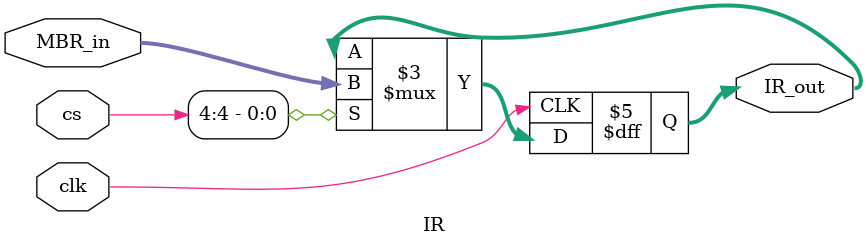
<source format=v>
`timescale 1ns / 1ps


module IR(
    MBR_in,cs,clk,IR_out
    );
    input [7:0] MBR_in;
    input [31:0] cs;
    input clk;
    output [7:0] IR_out;
    
    reg [7:0] IR_out;
    
    always@(posedge(clk))begin
        if(cs[4]==1)
            IR_out<=MBR_in;
    end
endmodule

</source>
